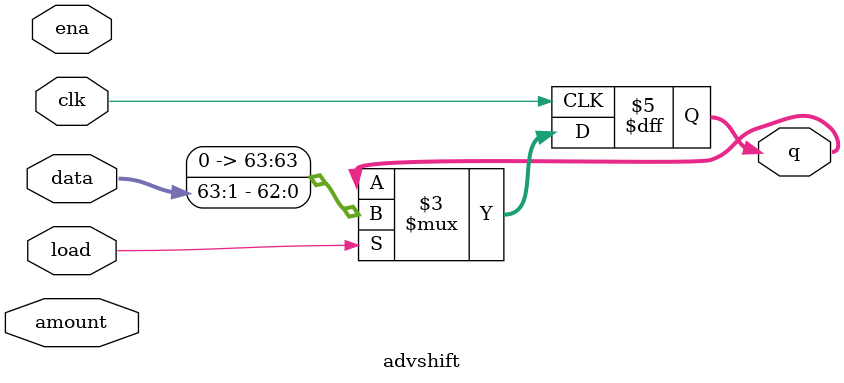
<source format=v>
module advshift(input clk,
input load,
input ena,
input [1:0] amount,
input [63:0] data,
output reg [63:0] q); 
// when load is high, assign data[63:0] to shift register q.
// if ena is high, shift q.
// amount: Chooses which direction and how much to shift.
// 2'b00: shift left by 1 bit.
// 2'b01: shift left by 8 bits.
// 2'b10: shift right by 1 bit.
// 2'b11: shift right by 8 bits.

   always @(posedge clk)
     if(load) q <= data >> 1;
   
endmodule

</source>
